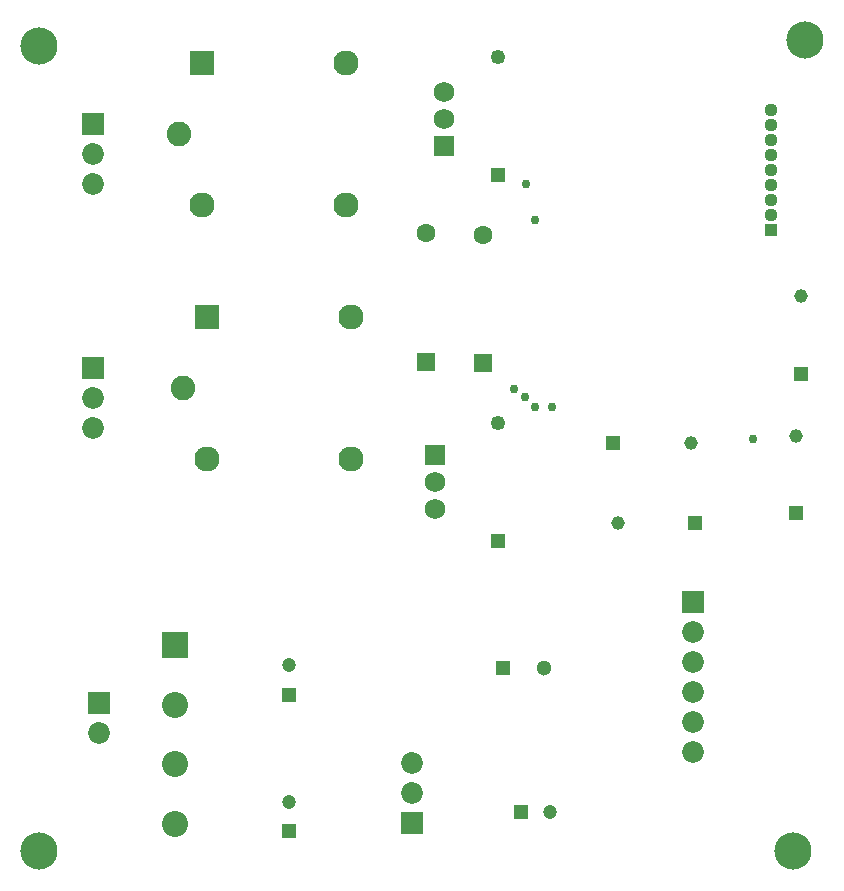
<source format=gbs>
G04*
G04 #@! TF.GenerationSoftware,Altium Limited,Altium Designer,24.1.2 (44)*
G04*
G04 Layer_Color=16711935*
%FSLAX44Y44*%
%MOMM*%
G71*
G04*
G04 #@! TF.SameCoordinates,B745F531-A7CA-4E96-B01F-91F4E74D0D5B*
G04*
G04*
G04 #@! TF.FilePolarity,Negative*
G04*
G01*
G75*
%ADD25R,2.2050X2.2050*%
%ADD26C,2.2050*%
%ADD27R,2.1300X2.1300*%
%ADD28C,2.0850*%
%ADD29C,2.1300*%
%ADD30C,1.6000*%
%ADD31R,1.6000X1.6000*%
%ADD32R,1.8500X1.8500*%
%ADD33C,1.8500*%
%ADD34C,1.1200*%
%ADD35R,1.1200X1.1200*%
%ADD36C,1.8400*%
%ADD37R,1.8400X1.8400*%
%ADD38C,1.3000*%
%ADD39R,1.3000X1.3000*%
%ADD40C,1.2000*%
%ADD41R,1.2000X1.2000*%
%ADD42R,1.2000X1.2000*%
%ADD43C,1.1500*%
%ADD44R,1.1500X1.1500*%
%ADD45R,1.1500X1.1500*%
%ADD46C,1.2500*%
%ADD47R,1.2500X1.2500*%
%ADD48C,1.7500*%
%ADD49R,1.7500X1.7500*%
%ADD50C,0.7500*%
%ADD51C,3.1500*%
D25*
X138430Y198790D02*
D03*
D26*
Y148290D02*
D03*
Y97790D02*
D03*
Y47290D02*
D03*
D27*
X165060Y476560D02*
D03*
X161250Y691190D02*
D03*
D28*
X145060Y416560D02*
D03*
X141250Y631190D02*
D03*
D29*
X165060Y356560D02*
D03*
X287060D02*
D03*
Y476560D02*
D03*
X161250Y571190D02*
D03*
X283250D02*
D03*
Y691190D02*
D03*
D30*
X350520Y547140D02*
D03*
X398780Y545870D02*
D03*
D31*
X350520Y438380D02*
D03*
X398780Y437110D02*
D03*
D32*
X73660Y149860D02*
D03*
X68580Y640080D02*
D03*
Y433070D02*
D03*
X339090Y48260D02*
D03*
D33*
X73660Y124460D02*
D03*
X68580Y614680D02*
D03*
Y589280D02*
D03*
Y407670D02*
D03*
Y382270D02*
D03*
X339090Y99060D02*
D03*
Y73660D02*
D03*
D34*
X642747Y651510D02*
D03*
Y638810D02*
D03*
Y626110D02*
D03*
Y613410D02*
D03*
Y600710D02*
D03*
Y588010D02*
D03*
Y575310D02*
D03*
Y562610D02*
D03*
D35*
Y549910D02*
D03*
D36*
X576580Y107950D02*
D03*
Y133350D02*
D03*
Y158750D02*
D03*
Y184150D02*
D03*
Y209550D02*
D03*
D37*
Y234950D02*
D03*
D38*
X450850Y179070D02*
D03*
D39*
X415850D02*
D03*
D40*
X455930Y57150D02*
D03*
X234950Y65840D02*
D03*
Y181410D02*
D03*
D41*
X430930Y57150D02*
D03*
D42*
X234950Y40840D02*
D03*
Y156410D02*
D03*
D43*
X668020Y493810D02*
D03*
X575090Y369570D02*
D03*
X513300Y302260D02*
D03*
X664210Y375700D02*
D03*
D44*
X668020Y428210D02*
D03*
X664210Y310100D02*
D03*
D45*
X509490Y369570D02*
D03*
X578900Y302260D02*
D03*
D46*
X411480Y696430D02*
D03*
Y386550D02*
D03*
D47*
Y596430D02*
D03*
Y286550D02*
D03*
D48*
X365760Y666790D02*
D03*
Y643890D02*
D03*
X358140Y313650D02*
D03*
Y336550D02*
D03*
D49*
X365760Y620990D02*
D03*
X358140Y359450D02*
D03*
D50*
X457200Y400050D02*
D03*
X443230D02*
D03*
X425450Y415290D02*
D03*
X434340Y408940D02*
D03*
X443230Y558800D02*
D03*
X435610Y589280D02*
D03*
X627380Y373380D02*
D03*
D51*
X22860Y24130D02*
D03*
Y706120D02*
D03*
X661670Y24130D02*
D03*
X671830Y711200D02*
D03*
M02*

</source>
